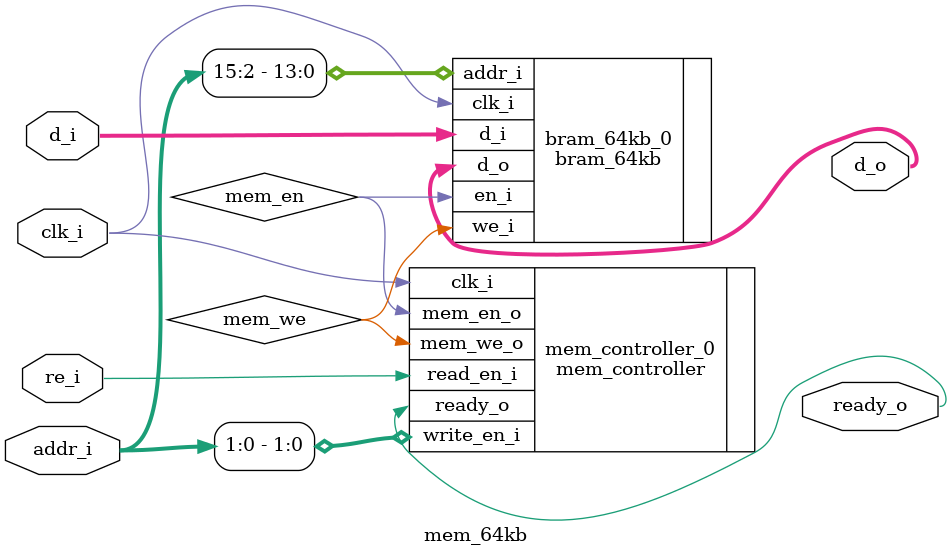
<source format=sv>


module mem_64kb (
    input   logic         clk_i,
    input   logic         re_i,
    input   logic [31:0]  addr_i,
    input   logic [31:0]  d_i,
    output  logic [31:0]  d_o,
    output  logic         ready_o
  );

  logic mem_en;
  logic mem_we;

  bram_64kb #(
    .INIT_FILE("../programs/nostdlib/out/test_program.hex")
  ) bram_64kb_0 (
    .clk_i      ( clk_i         ),
    .en_i       ( mem_en        ),
    .we_i       ( mem_we        ),
    .addr_i     ( addr_i[15:2]  ),
    .d_i        ( d_i           ),
    .d_o        ( d_o           )
  );

  mem_controller mem_controller_0 (
    .clk_i      ( clk_i         ),
    .read_en_i  ( re_i          ),
    .write_en_i ( addr_i[1:0]   ),
    .ready_o    ( ready_o       ),
    .mem_en_o   ( mem_en        ),
    .mem_we_o   ( mem_we        )
  );

endmodule


</source>
